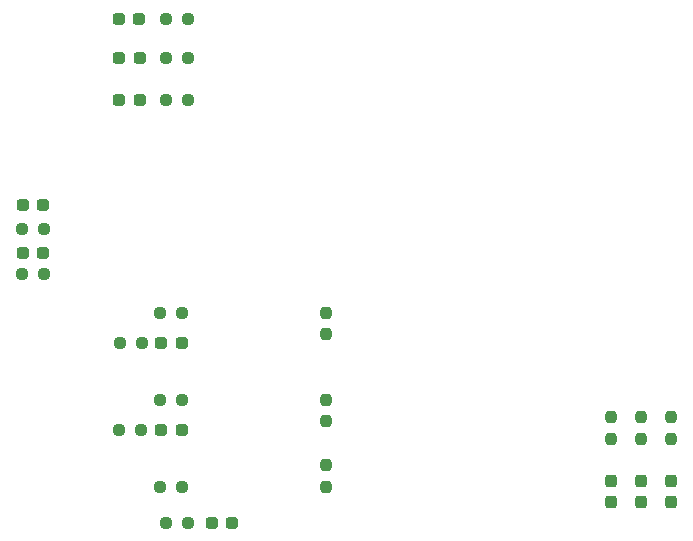
<source format=gbr>
%TF.GenerationSoftware,KiCad,Pcbnew,(7.0.0)*%
%TF.CreationDate,2023-04-19T19:47:20-05:00*%
%TF.ProjectId,pump-lights-siren,70756d70-2d6c-4696-9768-74732d736972,rev?*%
%TF.SameCoordinates,Original*%
%TF.FileFunction,Paste,Top*%
%TF.FilePolarity,Positive*%
%FSLAX46Y46*%
G04 Gerber Fmt 4.6, Leading zero omitted, Abs format (unit mm)*
G04 Created by KiCad (PCBNEW (7.0.0)) date 2023-04-19 19:47:20*
%MOMM*%
%LPD*%
G01*
G04 APERTURE LIST*
G04 Aperture macros list*
%AMRoundRect*
0 Rectangle with rounded corners*
0 $1 Rounding radius*
0 $2 $3 $4 $5 $6 $7 $8 $9 X,Y pos of 4 corners*
0 Add a 4 corners polygon primitive as box body*
4,1,4,$2,$3,$4,$5,$6,$7,$8,$9,$2,$3,0*
0 Add four circle primitives for the rounded corners*
1,1,$1+$1,$2,$3*
1,1,$1+$1,$4,$5*
1,1,$1+$1,$6,$7*
1,1,$1+$1,$8,$9*
0 Add four rect primitives between the rounded corners*
20,1,$1+$1,$2,$3,$4,$5,0*
20,1,$1+$1,$4,$5,$6,$7,0*
20,1,$1+$1,$6,$7,$8,$9,0*
20,1,$1+$1,$8,$9,$2,$3,0*%
G04 Aperture macros list end*
%ADD10RoundRect,0.237500X-0.250000X-0.237500X0.250000X-0.237500X0.250000X0.237500X-0.250000X0.237500X0*%
%ADD11RoundRect,0.237500X-0.287500X-0.237500X0.287500X-0.237500X0.287500X0.237500X-0.287500X0.237500X0*%
%ADD12RoundRect,0.237500X0.250000X0.237500X-0.250000X0.237500X-0.250000X-0.237500X0.250000X-0.237500X0*%
%ADD13RoundRect,0.237500X-0.237500X0.287500X-0.237500X-0.287500X0.237500X-0.287500X0.237500X0.287500X0*%
%ADD14RoundRect,0.237500X0.237500X-0.250000X0.237500X0.250000X-0.237500X0.250000X-0.237500X-0.250000X0*%
%ADD15RoundRect,0.237500X0.287500X0.237500X-0.287500X0.237500X-0.287500X-0.237500X0.287500X-0.237500X0*%
%ADD16RoundRect,0.237500X-0.237500X0.250000X-0.237500X-0.250000X0.237500X-0.250000X0.237500X0.250000X0*%
G04 APERTURE END LIST*
D10*
%TO.C,R13*%
X126191000Y-91440000D03*
X128016000Y-91440000D03*
%TD*%
D11*
%TO.C,D6*%
X125758000Y-115570000D03*
X127508000Y-115570000D03*
%TD*%
D12*
%TO.C,R16*%
X124027000Y-122936000D03*
X122202000Y-122936000D03*
%TD*%
D13*
%TO.C,D5*%
X163830000Y-127282000D03*
X163830000Y-129032000D03*
%TD*%
D12*
%TO.C,R1*%
X115824000Y-105918000D03*
X113999000Y-105918000D03*
%TD*%
D14*
%TO.C,R7*%
X163830000Y-123698000D03*
X163830000Y-121873000D03*
%TD*%
%TO.C,R5*%
X168910000Y-123698000D03*
X168910000Y-121873000D03*
%TD*%
D15*
%TO.C,D9*%
X123952000Y-91440000D03*
X122202000Y-91440000D03*
%TD*%
%TO.C,D13*%
X123952000Y-94996000D03*
X122202000Y-94996000D03*
%TD*%
D16*
%TO.C,R15*%
X139700000Y-120396000D03*
X139700000Y-122221000D03*
%TD*%
D10*
%TO.C,R17*%
X126191000Y-94996000D03*
X128016000Y-94996000D03*
%TD*%
D11*
%TO.C,D12*%
X125758000Y-122936000D03*
X127508000Y-122936000D03*
%TD*%
D13*
%TO.C,D3*%
X168910000Y-127282000D03*
X168910000Y-129032000D03*
%TD*%
D10*
%TO.C,R12*%
X126191000Y-88138000D03*
X128016000Y-88138000D03*
%TD*%
%TO.C,R3*%
X125683000Y-113030000D03*
X127508000Y-113030000D03*
%TD*%
D14*
%TO.C,R9*%
X139700000Y-127762000D03*
X139700000Y-125937000D03*
%TD*%
D15*
%TO.C,D2*%
X115796000Y-107950000D03*
X114046000Y-107950000D03*
%TD*%
D12*
%TO.C,R10*%
X124130500Y-115570000D03*
X122305500Y-115570000D03*
%TD*%
D13*
%TO.C,D4*%
X166370000Y-127282000D03*
X166370000Y-129032000D03*
%TD*%
D10*
%TO.C,R4*%
X125683000Y-127762000D03*
X127508000Y-127762000D03*
%TD*%
D12*
%TO.C,R11*%
X128016000Y-130810000D03*
X126191000Y-130810000D03*
%TD*%
%TO.C,R2*%
X115824000Y-109728000D03*
X113999000Y-109728000D03*
%TD*%
D16*
%TO.C,R8*%
X139700000Y-113030000D03*
X139700000Y-114855000D03*
%TD*%
D11*
%TO.C,D7*%
X130048000Y-130810000D03*
X131798000Y-130810000D03*
%TD*%
D10*
%TO.C,R14*%
X125683000Y-120396000D03*
X127508000Y-120396000D03*
%TD*%
D14*
%TO.C,R6*%
X166370000Y-123698000D03*
X166370000Y-121873000D03*
%TD*%
D15*
%TO.C,D8*%
X123905000Y-88138000D03*
X122155000Y-88138000D03*
%TD*%
%TO.C,D1*%
X115796000Y-103886000D03*
X114046000Y-103886000D03*
%TD*%
M02*

</source>
